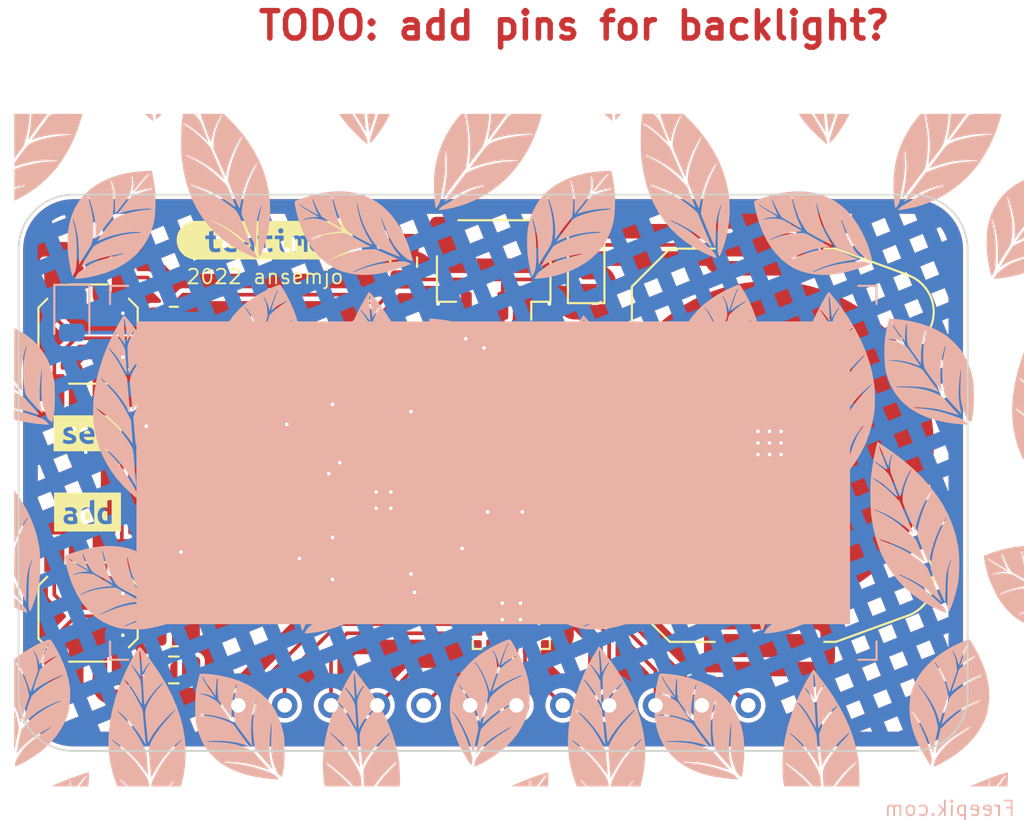
<source format=kicad_pcb>
(kicad_pcb (version 20211014) (generator pcbnew)
  (title_block (rev "1"))
  (layers (0 "F.Cu" signal "Front") (31 "B.Cu" signal "Back") (34 "B.Paste" user) (35 "F.Paste" user) (36 "B.SilkS" user "B.Silkscreen") (37 "F.SilkS" user "F.Silkscreen") (38 "B.Mask" user) (39 "F.Mask" user) (44 "Edge.Cuts" user))
  (net 0 "")
  (net 1 "GND")
  (net 2 "TOSC1")
  (net 3 "TOSC2")
  (net 4 "VCC")
  (net 5 "SDA")
  (net 6 "SCL")
  (net 7 "Net-(R1-Pad1)")
  (net 8 "Net-(R3-Pad1)")
  (net 9 "UPDI")
  (net 10 "/com1")
  (net 11 "/com2")
  (net 12 "/com3")
  (net 13 "/com4")
  (net 14 "/1fgep")
  (net 15 "/1abcd")
  (net 16 "/2fgep")
  (net 17 "/2abcd")
  (net 18 "/3fgep")
  (net 19 "/3abcd")
  (net 20 "/4fgep")
  (net 21 "/4abcd")
  (net 22 "BTN1")
  (net 23 "BTN2")
  (net 24 "LED")
  (net 25 "Net-(BT1-Pad1)")
  (net 28 "Net-(D2-Pad2)")
  (net 33 "LCD_VLCD")
  (net 35 "LCD_VDD")
  (footprint "Package_DFN_QFN:VQFN-24-1EP_4x4mm_P0.5mm_EP2.45x2.45mm" (layer "F.Cu") (at 125.3 91.1)
    (fp_text reference "U3" hide)
    (fp_text value "BU9796AMUV")
    (pad "1" smd roundrect (at -1.9875 -1.25) (size 0.775 0.25) (layers "F.Cu" "F.Paste" "F.Mask") (net 1 "GND"))
    (pad "2" smd roundrect (at -1.9875 -0.75) (size 0.775 0.25) (layers "F.Cu" "F.Paste" "F.Mask") (net 6 "SCL"))
    (pad "3" smd roundrect (at -1.9875 -0.25) (size 0.775 0.25) (layers "F.Cu" "F.Paste" "F.Mask") (net 5 "SDA"))
    (pad "4" smd roundrect (at -1.9875 0.25) (size 0.775 0.25) (layers "F.Cu" "F.Paste" "F.Mask") (net 21 "/4abcd"))
    (pad "5" smd roundrect (at -1.9875 0.75) (size 0.775 0.25) (layers "F.Cu" "F.Paste" "F.Mask") (net 20 "/4fgep"))
    (pad "6" smd roundrect (at -1.9875 1.25) (size 0.775 0.25) (layers "F.Cu" "F.Paste" "F.Mask") (net 19 "/3abcd"))
    (pad "7" smd roundrect (at -1.25 1.9875) (size 0.25 0.775) (layers "F.Cu" "F.Paste" "F.Mask") (net 18 "/3fgep"))
    (pad "8" smd roundrect (at -0.75 1.9875) (size 0.25 0.775) (layers "F.Cu" "F.Paste" "F.Mask") (net 17 "/2abcd"))
    (pad "9" smd roundrect (at -0.25 1.9875) (size 0.25 0.775) (layers "F.Cu" "F.Paste" "F.Mask") (net 16 "/2fgep"))
    (pad "10" smd roundrect (at 0.25 1.9875) (size 0.25 0.775) (layers "F.Cu" "F.Paste" "F.Mask") (net 15 "/1abcd"))
    (pad "11" smd roundrect (at 0.75 1.9875) (size 0.25 0.775) (layers "F.Cu" "F.Paste" "F.Mask") (net 14 "/1fgep"))
    (pad "12" smd roundrect (at 1.25 1.9875) (size 0.25 0.775) (layers "F.Cu" "F.Paste" "F.Mask"))
    (pad "13" smd roundrect (at 1.9875 1.25) (size 0.775 0.25) (layers "F.Cu" "F.Paste" "F.Mask"))
    (pad "14" smd roundrect (at 1.9875 0.75) (size 0.775 0.25) (layers "F.Cu" "F.Paste" "F.Mask"))
    (pad "15" smd roundrect (at 1.9875 0.25) (size 0.775 0.25) (layers "F.Cu" "F.Paste" "F.Mask"))
    (pad "16" smd roundrect (at 1.9875 -0.25) (size 0.775 0.25) (layers "F.Cu" "F.Paste" "F.Mask") (net 13 "/com4"))
    (pad "17" smd roundrect (at 1.9875 -0.75) (size 0.775 0.25) (layers "F.Cu" "F.Paste" "F.Mask") (net 12 "/com3"))
    (pad "18" smd roundrect (at 1.9875 -1.25) (size 0.775 0.25) (layers "F.Cu" "F.Paste" "F.Mask") (net 11 "/com2"))
    (pad "19" smd roundrect (at 1.25 -1.9875) (size 0.25 0.775) (layers "F.Cu" "F.Paste" "F.Mask") (net 10 "/com1"))
    (pad "20" smd roundrect (at 0.75 -1.9875) (size 0.25 0.775) (layers "F.Cu" "F.Paste" "F.Mask") (net 33 "LCD_VLCD"))
    (pad "21" smd roundrect (at 0.25 -1.9875) (size 0.25 0.775) (layers "F.Cu" "F.Paste" "F.Mask") (net 35 "LCD_VDD"))
    (pad "22" smd roundrect (at -0.25 -1.9875) (size 0.25 0.775) (layers "F.Cu" "F.Paste" "F.Mask") (net 1 "GND"))
    (pad "23" smd roundrect (at -0.75 -1.9875) (size 0.25 0.775) (layers "F.Cu" "F.Paste" "F.Mask") (net 1 "GND"))
    (pad "24" smd roundrect (at -1.25 -1.9875) (size 0.25 0.775) (layers "F.Cu" "F.Paste" "F.Mask") (net 1 "GND"))
    (pad "25" smd rect (at 0 0) (size 2.45 2.45) (layers "F.Cu" "F.Mask") (net 1 "GND"))
  )
  (footprint "Capacitor_SMD:C_0603_1608Metric" (layer "F.Cu") (at 111.025 89.143499 180)
    (fp_text reference "C5" hide)
    (fp_text value "20pF")
    (pad "1" smd roundrect (at -0.775 0 180) (size 0.9 0.95) (layers "F.Cu" "F.Paste" "F.Mask") (net 3 "TOSC2"))
    (pad "2" smd roundrect (at 0.775 0 180) (size 0.9 0.95) (layers "F.Cu" "F.Paste" "F.Mask") (net 1 "GND"))
  )
  (footprint "Capacitor_SMD:C_0805_2012Metric" (layer "F.Cu") (at 106.806999 79.120998 180)
    (fp_text reference "C2" hide)
    (fp_text value "100nF")
    (pad "1" smd roundrect (at -0.95 0 180) (size 1 1.45) (layers "F.Cu" "F.Paste" "F.Mask") (net 22 "BTN1"))
    (pad "2" smd roundrect (at 0.95 0 180) (size 1 1.45) (layers "F.Cu" "F.Paste" "F.Mask") (net 4 "VCC"))
  )
  (footprint "Capacitor_SMD:C_0805_2012Metric" (layer "F.Cu") (at 119.4 72 90)
    (fp_text reference "C3" hide)
    (fp_text value "1µF")
    (pad "1" smd roundrect (at -0.95 0 90) (size 1 1.45) (layers "F.Cu" "F.Paste" "F.Mask") (net 4 "VCC"))
    (pad "2" smd roundrect (at 0.95 0 90) (size 1 1.45) (layers "F.Cu" "F.Paste" "F.Mask") (net 1 "GND"))
  )
  (footprint "Resistor_SMD:R_0805_2012Metric" (layer "F.Cu") (at 124 85.4 -90)
    (fp_text reference "R6" hide)
    (fp_text value "DNP")
    (pad "1" smd roundrect (at -0.9125 0 270) (size 1.025 1.4) (layers "F.Cu" "F.Paste" "F.Mask") (roundrect_rratio 0.243902) (net 4 "VCC"))
    (pad "2" smd roundrect (at 0.9125 0 270) (size 1.025 1.4) (layers "F.Cu" "F.Paste" "F.Mask") (roundrect_rratio 0.243902) (net 35 "LCD_VDD"))
  )
  (footprint "Capacitor_SMD:C_0805_2012Metric" (layer "F.Cu") (at 106.806999 94.360998 180)
    (fp_text reference "C1" hide)
    (fp_text value "100nF")
    (pad "1" smd roundrect (at -0.95 0 180) (size 1 1.45) (layers "F.Cu" "F.Paste" "F.Mask") (net 23 "BTN2"))
    (pad "2" smd roundrect (at 0.95 0 180) (size 1 1.45) (layers "F.Cu" "F.Paste" "F.Mask") (net 4 "VCC"))
  )
  (footprint "Package_DFN_QFN:QFN-24-1EP_4x4mm_P0.5mm_EP2.6x2.6mm" (layer "F.Cu") (at 118.3 85.1 -90)
    (fp_text reference "U2" hide)
    (fp_text value "ATtiny417-M")
    (pad "1" smd roundrect (at -1.9375 -1.25 270) (size 0.825 0.25) (layers "F.Cu" "F.Paste" "F.Mask"))
    (pad "2" smd roundrect (at -1.9375 -0.75 270) (size 0.825 0.25) (layers "F.Cu" "F.Paste" "F.Mask"))
    (pad "3" smd roundrect (at -1.9375 -0.25 270) (size 0.825 0.25) (layers "F.Cu" "F.Paste" "F.Mask") (net 1 "GND"))
    (pad "4" smd roundrect (at -1.9375 0.25 270) (size 0.825 0.25) (layers "F.Cu" "F.Paste" "F.Mask") (net 4 "VCC"))
    (pad "5" smd roundrect (at -1.9375 0.75 270) (size 0.825 0.25) (layers "F.Cu" "F.Paste" "F.Mask"))
    (pad "6" smd roundrect (at -1.9375 1.25 270) (size 0.825 0.25) (layers "F.Cu" "F.Paste" "F.Mask") (net 24 "LED"))
    (pad "7" smd roundrect (at -1.25 1.9375 270) (size 0.25 0.825) (layers "F.Cu" "F.Paste" "F.Mask") (net 33 "LCD_VLCD"))
    (pad "8" smd roundrect (at -0.75 1.9375 270) (size 0.25 0.825) (layers "F.Cu" "F.Paste" "F.Mask") (net 35 "LCD_VDD"))
    (pad "9" smd roundrect (at -0.25 1.9375 270) (size 0.25 0.825) (layers "F.Cu" "F.Paste" "F.Mask") (net 22 "BTN1"))
    (pad "10" smd roundrect (at 0.25 1.9375 270) (size 0.25 0.825) (layers "F.Cu" "F.Paste" "F.Mask") (net 23 "BTN2"))
    (pad "11" smd roundrect (at 0.75 1.9375 270) (size 0.25 0.825) (layers "F.Cu" "F.Paste" "F.Mask"))
    (pad "12" smd roundrect (at 1.25 1.9375 270) (size 0.25 0.825) (layers "F.Cu" "F.Paste" "F.Mask"))
    (pad "13" smd roundrect (at 1.9375 1.25 270) (size 0.825 0.25) (layers "F.Cu" "F.Paste" "F.Mask") (net 2 "TOSC1"))
    (pad "14" smd roundrect (at 1.9375 0.75 270) (size 0.825 0.25) (layers "F.Cu" "F.Paste" "F.Mask") (net 3 "TOSC2"))
    (pad "15" smd roundrect (at 1.9375 0.25 270) (size 0.825 0.25) (layers "F.Cu" "F.Paste" "F.Mask") (net 5 "SDA"))
    (pad "16" smd roundrect (at 1.9375 -0.25 270) (size 0.825 0.25) (layers "F.Cu" "F.Paste" "F.Mask") (net 6 "SCL"))
    (pad "17" smd roundrect (at 1.9375 -0.75 270) (size 0.825 0.25) (layers "F.Cu" "F.Paste" "F.Mask"))
    (pad "18" smd roundrect (at 1.9375 -1.25 270) (size 0.825 0.25) (layers "F.Cu" "F.Paste" "F.Mask"))
    (pad "19" smd roundrect (at 1.25 -1.9375 270) (size 0.25 0.825) (layers "F.Cu" "F.Paste" "F.Mask"))
    (pad "20" smd roundrect (at 0.75 -1.9375 270) (size 0.25 0.825) (layers "F.Cu" "F.Paste" "F.Mask"))
    (pad "21" smd roundrect (at 0.25 -1.9375 270) (size 0.25 0.825) (layers "F.Cu" "F.Paste" "F.Mask"))
    (pad "22" smd roundrect (at -0.25 -1.9375 270) (size 0.25 0.825) (layers "F.Cu" "F.Paste" "F.Mask"))
    (pad "23" smd roundrect (at -0.75 -1.9375 270) (size 0.25 0.825) (layers "F.Cu" "F.Paste" "F.Mask") (net 9 "UPDI"))
    (pad "24" smd roundrect (at -1.25 -1.9375 270) (size 0.25 0.825) (layers "F.Cu" "F.Paste" "F.Mask"))
    (pad "25" smd rect (at 0 0 270) (size 2.6 2.6) (layers "F.Cu" "F.Mask") (net 1 "GND"))
  )
  (footprint "Capacitor_SMD:C_0603_1608Metric" (layer "F.Cu") (at 111.025 87.365499 180)
    (fp_text reference "C4" hide)
    (fp_text value "20pF")
    (pad "1" smd roundrect (at -0.775 0 180) (size 0.9 0.95) (layers "F.Cu" "F.Paste" "F.Mask") (net 2 "TOSC1"))
    (pad "2" smd roundrect (at 0.775 0 180) (size 0.9 0.95) (layers "F.Cu" "F.Paste" "F.Mask") (net 1 "GND"))
  )
  (footprint "kibuzzard-6305512F" (layer "F.Cu") (at 102.078 85.704)
    (fp_text reference "kibuzzard-6305512F" hide)
    (fp_text value "G***" hide)
  )
  (footprint "kibuzzard-63055090" (layer "F.Cu") (at 111.8 70.8)
    (fp_text reference "kibuzzard-63055090" hide)
    (fp_text value "G***" hide)
  )
  (footprint "Resistor_SMD:R_0805_2012Metric" (layer "F.Cu") (at 115.5 81.5)
    (fp_text reference "R5" hide)
    (fp_text value "2.2kΩ")
    (pad "1" smd roundrect (at -0.9125 0) (size 1.025 1.4) (layers "F.Cu" "F.Paste" "F.Mask") (roundrect_rratio 0.243902) (net 28 "Net-(D2-Pad2)"))
    (pad "2" smd roundrect (at 0.9125 0) (size 1.025 1.4) (layers "F.Cu" "F.Paste" "F.Mask") (roundrect_rratio 0.243902) (net 24 "LED"))
  )
  (footprint "Resistor_SMD:R_0805_2012Metric" (layer "F.Cu") (at 125.9 85.4 90)
    (fp_text reference "R7" hide)
    (fp_text value "DNP")
    (pad "1" smd roundrect (at -0.9125 0 90) (size 1.025 1.4) (layers "F.Cu" "F.Paste" "F.Mask") (roundrect_rratio 0.243902) (net 33 "LCD_VLCD"))
    (pad "2" smd roundrect (at 0.9125 0 90) (size 1.025 1.4) (layers "F.Cu" "F.Paste" "F.Mask") (roundrect_rratio 0.243902) (net 1 "GND"))
  )
  (footprint "Connector_JST:JST_SH_SM04B-SRSS-TB_1x04-1MP_P1.00mm_Horizontal" (layer "F.Cu") (at 124.333 72.39 180)
    (fp_text reference "J1" hide)
    (fp_text value "I2C")
    (pad "1" smd roundrect (at -1.5 -2 180) (size 0.6 1.55) (layers "F.Cu" "F.Paste" "F.Mask") (net 1 "GND"))
    (pad "2" smd roundrect (at -0.5 -2 180) (size 0.6 1.55) (layers "F.Cu" "F.Paste" "F.Mask") (net 4 "VCC"))
    (pad "3" smd roundrect (at 0.5 -2 180) (size 0.6 1.55) (layers "F.Cu" "F.Paste" "F.Mask") (net 5 "SDA"))
    (pad "4" smd roundrect (at 1.5 -2 180) (size 0.6 1.55) (layers "F.Cu" "F.Paste" "F.Mask") (net 6 "SCL"))
    (pad "MP" smd roundrect (at -2.8 1.875 180) (size 1.2 1.8) (layers "F.Cu" "F.Paste" "F.Mask") (roundrect_rratio 0.208333) (net 1 "GND"))
    (pad "MP" smd roundrect (at 2.8 1.875 180) (size 1.2 1.8) (layers "F.Cu" "F.Paste" "F.Mask") (roundrect_rratio 0.208333) (net 1 "GND"))
  )
  (footprint "Diode_SMD:D_SOD-123" (layer "F.Cu") (at 129.4 72 90)
    (fp_text reference "D1" hide)
    (fp_text value "1N5819HW")
    (pad "1" smd rect (at -1.65 0 90) (size 0.9 1.2) (layers "F.Cu" "F.Paste" "F.Mask") (net 4 "VCC"))
    (pad "2" smd rect (at 1.65 0 90) (size 0.9 1.2) (layers "F.Cu" "F.Paste" "F.Mask") (net 25 "Net-(BT1-Pad1)"))
  )
  (footprint "Resistor_SMD:R_0805_2012Metric" (layer "F.Cu") (at 106.806998 75.184)
    (fp_text reference "R4" hide)
    (fp_text value "47kΩ")
    (pad "1" smd roundrect (at -0.9125 0) (size 1.025 1.4) (layers "F.Cu" "F.Paste" "F.Mask") (roundrect_rratio 0.243902) (net 8 "Net-(R3-Pad1)"))
    (pad "2" smd roundrect (at 0.9125 0) (size 1.025 1.4) (layers "F.Cu" "F.Paste" "F.Mask") (roundrect_rratio 0.243902) (net 1 "GND"))
  )
  (footprint "Resistor_SMD:R_0805_2012Metric" (layer "F.Cu") (at 106.806998 77.088999)
    (fp_text reference "R3" hide)
    (fp_text value "10kΩ")
    (pad "1" smd roundrect (at -0.9125 0) (size 1.025 1.4) (layers "F.Cu" "F.Paste" "F.Mask") (roundrect_rratio 0.243902) (net 8 "Net-(R3-Pad1)"))
    (pad "2" smd roundrect (at 0.9125 0) (size 1.025 1.4) (layers "F.Cu" "F.Paste" "F.Mask") (roundrect_rratio 0.243902) (net 22 "BTN1"))
  )
  (footprint "Resistor_SMD:R_0805_2012Metric" (layer "F.Cu") (at 106.806998 92.328999)
    (fp_text reference "R1" hide)
    (fp_text value "10kΩ")
    (pad "1" smd roundrect (at -0.9125 0) (size 1.025 1.4) (layers "F.Cu" "F.Paste" "F.Mask") (roundrect_rratio 0.243902) (net 7 "Net-(R1-Pad1)"))
    (pad "2" smd roundrect (at 0.9125 0) (size 1.025 1.4) (layers "F.Cu" "F.Paste" "F.Mask") (roundrect_rratio 0.243902) (net 23 "BTN2"))
  )
  (footprint "Resistor_SMD:R_0805_2012Metric" (layer "F.Cu") (at 106.806998 90.424)
    (fp_text reference "R2" hide)
    (fp_text value "47kΩ")
    (pad "1" smd roundrect (at -0.9125 0) (size 1.025 1.4) (layers "F.Cu" "F.Paste" "F.Mask") (roundrect_rratio 0.243902) (net 7 "Net-(R1-Pad1)"))
    (pad "2" smd roundrect (at 0.9125 0) (size 1.025 1.4) (layers "F.Cu" "F.Paste" "F.Mask") (roundrect_rratio 0.243902) (net 1 "GND"))
  )
  (footprint "local:UPDI_PogoProg" (layer "F.Cu") (at 117.6 77.9 180)
    (fp_text reference "J2" hide)
    (fp_text value "UPDI")
    (fp_text user "UPDI" (at -1.27 -1.5) (layer "F.SilkS") (effects (font (size 0.8 0.8) (thickness 0.1))))
    (pad "1" smd roundrect (at -1.6 0 180) (size 1 1) (layers "F.Cu" "F.Mask") (net 9 "UPDI"))
    (pad "2" smd circle (at 0 0 180) (size 1 1) (layers "F.Cu" "F.Mask") (net 1 "GND"))
    (pad "3" smd circle (at 1.6 0 180) (size 1 1) (layers "F.Cu" "F.Mask") (net 4 "VCC"))
  )
  (footprint "Battery:BatteryHolder_Keystone_3034_1x20mm" (layer "F.Cu") (at 139.446 82.042 90)
    (fp_text reference "BT1" hide)
    (fp_text value "Coin Cell")
    (pad "1" smd rect (at -10.985 0 90) (size 1.27 5.08) (layers "F.Cu" "F.Paste" "F.Mask") (net 25 "Net-(BT1-Pad1)"))
    (pad "1" smd rect (at 10.985 0 90) (size 1.27 5.08) (layers "F.Cu" "F.Paste" "F.Mask") (net 25 "Net-(BT1-Pad1)"))
    (pad "2" smd circle (at 0 0 90) (size 17.8 17.8) (layers "F.Cu" "F.Mask") (net 1 "GND"))
  )
  (footprint "Button_Switch_SMD:SW_SPST_SKQG_WithStem" (layer "F.Cu") (at 102.108 75.946 -90)
    (fp_text reference "SW4" hide)
    (fp_text value "C&K PTS526")
    (pad "1" smd rect (at 3.1 -1.85 270) (size 1.8 1.1) (layers "F.Cu" "F.Paste" "F.Mask") (net 4 "VCC"))
    (pad "1" smd rect (at -3.1 -1.85 270) (size 1.8 1.1) (layers "F.Cu" "F.Paste" "F.Mask") (net 4 "VCC"))
    (pad "2" smd rect (at -3.1 1.85 270) (size 1.8 1.1) (layers "F.Cu" "F.Paste" "F.Mask") (net 8 "Net-(R3-Pad1)"))
    (pad "2" smd rect (at 3.1 1.85 270) (size 1.8 1.1) (layers "F.Cu" "F.Paste" "F.Mask") (net 8 "Net-(R3-Pad1)"))
  )
  (footprint "Capacitor_SMD:C_0805_2012Metric" (layer "F.Cu") (at 118.9 81.5)
    (fp_text reference "C6" hide)
    (fp_text value "0.1µF")
    (pad "1" smd roundrect (at -0.95 0) (size 1 1.45) (layers "F.Cu" "F.Paste" "F.Mask") (net 4 "VCC"))
    (pad "2" smd roundrect (at 0.95 0) (size 1 1.45) (layers "F.Cu" "F.Paste" "F.Mask") (net 1 "GND"))
  )
  (footprint "Crystal:Crystal_SMD_3215-2Pin_3.2x1.5mm" (layer "F.Cu") (at 113.692001 88.254498 90)
    (fp_text reference "Y1" hide)
    (fp_text value "32.768kHz 12.5pF")
    (pad "1" smd rect (at 1.25 0 90) (size 1 1.8) (layers "F.Cu" "F.Paste" "F.Mask") (net 2 "TOSC1"))
    (pad "2" smd rect (at -1.25 0 90) (size 1 1.8) (layers "F.Cu" "F.Paste" "F.Mask") (net 3 "TOSC2"))
  )
  (footprint "Button_Switch_SMD:SW_SPST_SKQG_WithStem" (layer "F.Cu") (at 102.108 91.186 -90)
    (fp_text reference "SW3" hide)
    (fp_text value "C&K PTS526")
    (pad "1" smd rect (at -3.1 -1.85 270) (size 1.8 1.1) (layers "F.Cu" "F.Paste" "F.Mask") (net 4 "VCC"))
    (pad "1" smd rect (at 3.1 -1.85 270) (size 1.8 1.1) (layers "F.Cu" "F.Paste" "F.Mask") (net 4 "VCC"))
    (pad "2" smd rect (at 3.1 1.85 270) (size 1.8 1.1) (layers "F.Cu" "F.Paste" "F.Mask") (net 7 "Net-(R1-Pad1)"))
    (pad "2" smd rect (at -3.1 1.85 270) (size 1.8 1.1) (layers "F.Cu" "F.Paste" "F.Mask") (net 7 "Net-(R1-Pad1)"))
  )
  (footprint "kibuzzard-63055120" (layer "F.Cu") (at 102.078 81.386)
    (fp_text reference "kibuzzard-63055120" hide)
    (fp_text value "G***" hide)
  )
  (footprint "LOGO" (layer "B.Cu") (at 125.73 82.296 180)
    (fp_text reference "G***" hide)
    (fp_text value "LOGO" hide)
  )
  (footprint "local:LCD-12PIN" (layer "B.Cu") (at 124.31 96.301925 180)
    (fp_text reference "U1" hide)
    (fp_text value "GoodDisplay_GDC04212")
    (pad "1" thru_hole circle (at -13.97 0 180) (size 1.4 1.4) (drill 0.8) (layers *.Cu *.Mask) (net 10 "/com1"))
    (pad "2" thru_hole circle (at -11.43 0 180) (size 1.4 1.4) (drill 0.8) (layers *.Cu *.Mask) (net 11 "/com2"))
    (pad "3" thru_hole circle (at -8.89 0 180) (size 1.4 1.4) (drill 0.8) (layers *.Cu *.Mask) (net 12 "/com3"))
    (pad "4" thru_hole circle (at -6.35 0 180) (size 1.4 1.4) (drill 0.8) (layers *.Cu *.Mask) (net 13 "/com4"))
    (pad "5" thru_hole circle (at -3.81 0 180) (size 1.4 1.4) (drill 0.8) (layers *.Cu *.Mask) (net 14 "/1fgep"))
    (pad "6" thru_hole circle (at -1.27 0 180) (size 1.4 1.4) (drill 0.8) (layers *.Cu *.Mask) (net 15 "/1abcd"))
    (pad "7" thru_hole circle (at 1.27 0 180) (size 1.4 1.4) (drill 0.8) (layers *.Cu *.Mask) (net 16 "/2fgep"))
    (pad "8" thru_hole circle (at 3.81 0 180) (size 1.4 1.4) (drill 0.8) (layers *.Cu *.Mask) (net 17 "/2abcd"))
    (pad "9" thru_hole circle (at 6.35 0 180) (size 1.4 1.4) (drill 0.8) (layers *.Cu *.Mask) (net 18 "/3fgep"))
    (pad "10" thru_hole circle (at 8.89 0 180) (size 1.4 1.4) (drill 0.8) (layers *.Cu *.Mask) (net 19 "/3abcd"))
    (pad "11" thru_hole circle (at 11.43 0 180) (size 1.4 1.4) (drill 0.8) (layers *.Cu *.Mask) (net 20 "/4fgep"))
    (pad "12" thru_hole circle (at 13.97 0 180) (size 1.4 1.4) (drill 0.8) (layers *.Cu *.Mask) (net 21 "/4abcd"))
  )
  (footprint "LED_SMD:LED_0805_2012Metric" (layer "B.Cu") (at 101.219 74.93 -90)
    (fp_text reference "D2" hide)
    (fp_text value "LED")
    (pad "1" smd roundrect (at -0.9375 0 270) (size 0.975 1.4) (layers "B.Cu" "B.Paste" "B.Mask") (net 1 "GND"))
    (pad "2" smd roundrect (at 0.9375 0 270) (size 0.975 1.4) (layers "B.Cu" "B.Paste" "B.Mask") (net 28 "Net-(D2-Pad2)"))
  )
  (gr_rect (start 104.81 75.301925) (end 143.81 91.801925) (layer "B.SilkS") (width 0.1) (fill solid))
  (gr_line (start 98.3 95.8) (end 98.3 71.3) (layer "Edge.Cuts") (width 0.1))
  (gr_arc (start 101.3 98.8) (mid 99.17868 97.92132) (end 98.3 95.8) (layer "Edge.Cuts") (width 0.1))
  (gr_line (start 147.3 98.8) (end 101.3 98.8) (layer "Edge.Cuts") (width 0.1))
  (gr_line (start 101.3 68.3) (end 147.3 68.3) (layer "Edge.Cuts") (width 0.1))
  (gr_arc (start 150.3 95.8) (mid 149.42132 97.92132) (end 147.3 98.8) (layer "Edge.Cuts") (width 0.1))
  (gr_line (start 150.3 71.3) (end 150.3 95.8) (layer "Edge.Cuts") (width 0.1))
  (gr_arc (start 147.3 68.3) (mid 149.42132 69.17868) (end 150.3 71.3) (layer "Edge.Cuts") (width 0.1))
  (gr_arc (start 98.3 71.3) (mid 99.17868 69.17868) (end 101.3 68.3) (layer "Edge.Cuts") (width 0.1))
  (gr_text "TODO: add pins for backlight?" (at 128.748 59.034) (layer "F.Cu") (effects (font (size 1.5 1.5) (thickness 0.3))))
  (gr_text "Freepik.com" (at 149.322 101.96) (layer "B.SilkS") (effects (font (size 0.8 0.8) (thickness 0.1)) (justify mirror)))
  (gr_text "2022 ansemjo" (at 111.8 72.8) (layer "F.SilkS") (effects (font (size 0.8 0.8) (thickness 0.1))))
  (via (at 117.9 84.6) (size 0.45) (drill 0.2) (layers "F.Cu" "B.Cu") (net 1))
  (via (at 107.2 87.9) (size 0.45) (drill 0.2) (layers "F.Cu" "B.Cu") (net 1))
  (via (at 140.081 81.915) (size 0.45) (drill 0.2) (layers "F.Cu" "B.Cu") (net 1))
  (via (at 113.692001 88.254498) (size 0.45) (drill 0.2) (layers "F.Cu" "B.Cu") (net 1))
  (via (at 124.8 91.6) (size 0.45) (drill 0.2) (layers "F.Cu" "B.Cu") (net 1))
  (via (at 139.446 81.28) (size 0.45) (drill 0.2) (layers "F.Cu" "B.Cu") (net 1))
  (via (at 138.811 81.28) (size 0.45) (drill 0.2) (layers "F.Cu" "B.Cu") (net 1))
  (via (at 118.7 85.5) (size 0.45) (drill 0.2) (layers "F.Cu" "B.Cu") (net 1))
  (via (at 139.446 82.55) (size 0.45) (drill 0.2) (layers "F.Cu" "B.Cu") (net 1))
  (via (at 104.013 74.803) (size 0.45) (drill 0.2) (layers "F.Cu" "B.Cu") (net 1))
  (via (at 121.285 74.295) (size 0.45) (drill 0.2) (layers "F.Cu" "B.Cu") (net 1))
  (via (at 115.5 79.8) (size 0.45) (drill 0.2) (layers "F.Cu" "B.Cu") (net 1))
  (via (at 125.8 90.7) (size 0.45) (drill 0.2) (layers "F.Cu" "B.Cu") (net 1))
  (via (at 104.013 77.216) (size 0.45) (drill 0.2) (layers "F.Cu" "B.Cu") (net 1))
  (via (at 140.081 82.55) (size 0.45) (drill 0.2) (layers "F.Cu" "B.Cu") (net 1))
  (via (at 115.5 87.1) (size 0.45) (drill 0.2) (layers "F.Cu" "B.Cu") (net 1))
  (via (at 117.9 85.5) (size 0.45) (drill 0.2) (layers "F.Cu" "B.Cu") (net 1))
  (via (at 105.3 81) (size 0.45) (drill 0.2) (layers "F.Cu" "B.Cu") (net 1))
  (via (at 104.013 92.456) (size 0.45) (drill 0.2) (layers "F.Cu" "B.Cu") (net 1))
  (via (at 122.6 87.7) (size 0.45) (drill 0.2) (layers "F.Cu" "B.Cu") (net 1))
  (via (at 138.811 81.915) (size 0.45) (drill 0.2) (layers "F.Cu" "B.Cu") (net 1))
  (via (at 118.7 84.6) (size 0.45) (drill 0.2) (layers "F.Cu" "B.Cu") (net 1))
  (via (at 119.8 80.2) (size 0.45) (drill 0.2) (layers "F.Cu" "B.Cu") (net 1))
  (via (at 139.446 81.915) (size 0.45) (drill 0.2) (layers "F.Cu" "B.Cu") (net 1))
  (via (at 138.811 82.55) (size 0.45) (drill 0.2) (layers "F.Cu" "B.Cu") (net 1))
  (via (at 101.981 82.423) (size 0.45) (drill 0.2) (layers "F.Cu" "B.Cu") (net 1))
  (via (at 140.081 81.28) (size 0.45) (drill 0.2) (layers "F.Cu" "B.Cu") (net 1))
  (via (at 124.8 90.7) (size 0.45) (drill 0.2) (layers "F.Cu" "B.Cu") (net 1))
  (via (at 125.8 91.6) (size 0.45) (drill 0.2) (layers "F.Cu" "B.Cu") (net 1))
  (via (at 104.013 90.17) (size 0.45) (drill 0.2) (layers "F.Cu" "B.Cu") (net 1))
  (via (at 115.5 89.4) (size 0.45) (drill 0.2) (layers "F.Cu" "B.Cu") (net 1))
  (via (at 127.381 74.295) (size 0.45) (drill 0.2) (layers "F.Cu" "B.Cu") (net 1))
  (segment (start 117.05 87.0375) (end 117.05 87.35) (width 0.2) (layer "F.Cu") (net 2))
  (segment (start 114.687503 88) (end 113.692001 87.004498) (width 0.2) (layer "F.Cu") (net 2))
  (segment (start 117.05 87.35) (end 116.4 88) (width 0.2) (layer "F.Cu") (net 2))
  (segment (start 111.8 87.3655) (end 113.331 87.365499) (width 0.2) (layer "F.Cu") (net 2))
  (segment (start 116.4 88) (end 114.687503 88) (width 0.2) (layer "F.Cu") (net 2))
  (segment (start 113.331 87.365499) (end 113.692 87.004499) (width 0.2) (layer "F.Cu") (net 2))
  (segment (start 113.331 89.143499) (end 113.692 89.504499) (width 0.2) (layer "F.Cu") (net 3))
  (segment (start 111.8 89.143497) (end 113.331 89.143499) (width 0.2) (layer "F.Cu") (net 3))
  (segment (start 116.583363 88.5) (end 117.55 87.533363) (width 0.2) (layer "F.Cu") (net 3))
  (segment (start 117.55 87.533363) (end 117.55 87.0375) (width 0.2) (layer "F.Cu") (net 3))
  (segment (start 114.696499 88.5) (end 116.583363 88.5) (width 0.2) (layer "F.Cu") (net 3))
  (segment (start 113.692001 89.504498) (end 114.696499 88.5) (width 0.2) (layer "F.Cu") (net 3))
  (segment (start 118.05 81.6) (end 117.95 81.5) (width 0.2) (layer "F.Cu") (net 4))
  (segment (start 103.958 88.086) (end 105.358 88.086) (width 0.2) (layer "F.Cu") (net 4))
  (segment (start 124.833 74.39) (end 124.833 73.067) (width 0.2) (layer "F.Cu") (net 4))
  (segment (start 124 84.4875) (end 124 81.7) (width 0.2) (layer "F.Cu") (net 4))
  (segment (start 124 81.7) (end 124.833 80.867) (width 0.2) (layer "F.Cu") (net 4))
  (segment (start 116 76.35) (end 118.563 73.787) (width 0.2) (layer "F.Cu") (net 4))
  (segment (start 106.807 89.535) (end 106.807 93.410997) (width 0.2) (layer "F.Cu") (net 4))
  (segment (start 106.807 78.170997) (end 105.856999 79.120998) (width 0.2) (layer "F.Cu") (net 4))
  (segment (start 106.807 74.295) (end 107.315 73.787) (width 0.2) (layer "F.Cu") (net 4))
  (segment (start 117.95 80.65) (end 116 78.7) (width 0.2) (layer "F.Cu") (net 4))
  (segment (start 124.833 73.067) (end 124.95 72.95) (width 0.2) (layer "F.Cu") (net 4))
  (segment (start 118.563 73.787) (end 119.4 72.95) (width 0.2) (layer "F.Cu") (net 4))
  (segment (start 105.358 72.846) (end 106.807 74.295) (width 0.2) (layer "F.Cu") (net 4))
  (segment (start 107.315 73.787) (end 118.563 73.787) (width 0.2) (layer "F.Cu") (net 4))
  (segment (start 106.807 93.410997) (end 105.856999 94.360998) (width 0.2) (layer "F.Cu") (net 4))
  (segment (start 116 78.7) (end 116 77.9) (width 0.2) (layer "F.Cu") (net 4))
  (segment (start 128.7 72.95) (end 129.4 73.65) (width 0.2) (layer "F.Cu") (net 4))
  (segment (start 118.05 83.1625) (end 118.05 81.6) (width 0.2) (layer "F.Cu") (net 4))
  (segment (start 103.958 72.846) (end 105.358 72.846) (width 0.2) (layer "F.Cu") (net 4))
  (segment (start 103.958 79.046) (end 103.958 88.086) (width 0.2) (layer "F.Cu") (net 4))
  (segment (start 103.958 94.286) (end 105.782001 94.286) (width 0.2) (layer "F.Cu") (net 4))
  (segment (start 103.958 79.046) (end 105.782001 79.046) (width 0.2) (layer "F.Cu") (net 4))
  (segment (start 124.95 72.95) (end 128.7 72.95) (width 0.2) (layer "F.Cu") (net 4))
  (segment (start 116 77.9) (end 116 76.35) (width 0.2) (layer "F.Cu") (net 4))
  (segment (start 117.95 81.5) (end 117.95 80.65) (width 0.2) (layer "F.Cu") (net 4))
  (segment (start 105.782001 79.046) (end 105.856999 79.120998) (width 0.2) (layer "F.Cu") (net 4))
  (segment (start 106.807 74.295) (end 106.807 78.170997) (width 0.2) (layer "F.Cu") (net 4))
  (segment (start 105.358 88.086) (end 106.807 89.535) (width 0.2) (layer "F.Cu") (net 4))
  (segment (start 119.4 72.95) (end 124.95 72.95) (width 0.2) (layer "F.Cu") (net 4))
  (segment (start 124.833 80.867) (end 124.833 74.39) (width 0.2) (layer "F.Cu") (net 4))
  (segment (start 105.782001 94.286) (end 105.856999 94.360998) (width 0.2) (layer "F.Cu") (net 4))
  (segment (start 123.3125 90.85) (end 120.737534 90.85) (width 0.2) (layer "F.Cu") (net 5))
  (segment (start 118.05 88.162466) (end 119.993767 90.106233) (width 0.2) (layer "F.Cu") (net 5))
  (segment (start 123.8 76.7) (end 123.8 74.423) (width 0.2) (layer "F.Cu") (net 5))
  (segment (start 123.8 74.423) (end 123.833 74.39) (width 0.2) (layer "F.Cu") (net 5))
  (segment (start 118.05 87.0375) (end 118.05 88.162466) (width 0.2) (layer "F.Cu") (net 5))
  (segment (start 120.737534 90.85) (end 119.993767 90.106233) (width 0.2) (layer "F.Cu") (net 5))
  (via (at 123.8 76.7) (size 0.45) (drill 0.2) (layers "F.Cu" "B.Cu") (net 5))
  (via (at 119.993767 90.106233) (size 0.45) (drill 0.2) (layers "F.Cu" "B.Cu") (net 5))
  (segment (start 126.2 89.5) (end 120.6 89.5) (width 0.2) (layer "B.Cu") (net 5))
  (segment (start 128.7 84) (end 128.7 87) (width 0.2) (layer "B.Cu") (net 5))
  (segment (start 123.8 76.7) (end 123.3 77.2) (width 0.2) (layer "B.Cu") (net 5))
  (segment (start 120.6 89.5) (end 119.993767 90.106233) (width 0.2) (layer "B.Cu") (net 5))
  (segment (start 123.3 77.2) (end 123.3 78.6) (width 0.2) (layer "B.Cu") (net 5))
  (segment (start 123.3 78.6) (end 128.7 84) (width 0.2) (layer "B.Cu") (net 5))
  (segment (start 128.7 87) (end 126.2 89.5) (width 0.2) (layer "B.Cu") (net 5))
  (segment (start 123.3125 90.35) (end 121.05 90.35) (width 0.2) (layer "F.Cu") (net 6))
  (segment (start 121.05 90.35) (end 119.8 89.1) (width 0.2) (layer "F.Cu") (net 6))
  (segment (start 118.55 87.85) (end 119.8 89.1) (width 0.2) (layer "F.Cu") (net 6))
  (segment (start 118.55 87.0375) (end 118.55 87.85) (width 0.2) (layer "F.Cu") (net 6))
  (segment (start 122.8 74.423) (end 122.833 74.39) (width 0.2) (layer "F.Cu") (net 6))
  (segment (start 122.8 76.2) (end 122.8 74.423) (width 0.2) (layer "F.Cu") (net 6))
  (via (at 122.8 76.2) (size 0.45) (drill 0.2) (layers "F.Cu" "B.Cu") (net 6))
  (via (at 119.8 89.1) (size 0.45) (drill 0.2) (layers "F.Cu" "B.Cu") (net 6))
  (segment (start 119.849501 89.050499) (end 119.8 89.1) (width 0.2) (layer "B.Cu") (net 6))
  (segment (start 122.8 78.73569) (end 128.2 84.13569) (width 0.2) (layer "B.Cu") (net 6))
  (segment (start 122.8 76.2) (end 122.8 78.73569) (width 0.2) (layer "B.Cu") (net 6))
  (segment (start 125.949501 89.050499) (end 119.849501 89.050499) (width 0.2) (layer "B.Cu") (net 6))
  (segment (start 128.2 86.8) (end 125.949501 89.050499) (width 0.2) (layer "B.Cu") (net 6))
  (segment (start 128.2 84.13569) (end 128.2 86.8) (width 0.2) (layer "B.Cu") (net 6))
  (segment (start 100.258 90.238418) (end 100.258 88.086) (width 0.2) (layer "F.Cu") (net 7))
  (segment (start 105.894498 91.416498) (end 105.894498 90.424) (width 0.2) (layer "F.Cu") (net 7))
  (segment (start 100.258 92.594578) (end 100.258 94.286) (width 0.2) (layer "F.Cu") (net 7))
  (segment (start 105.894498 91.416498) (end 101.43608 91.416498) (width 0.2) (layer "F.Cu") (net 7))
  (segment (start 101.43608 91.416498) (end 100.258 90.238418) (width 0.2) (layer "F.Cu") (net 7))
  (segment (start 105.894498 92.328999) (end 105.894498 91.416498) (width 0.2) (layer "F.Cu") (net 7))
  (segment (start 101.43608 91.416498) (end 100.258 92.594578) (width 0.2) (layer "F.Cu") (net 7))
  (segment (start 101.43608 76.176498) (end 100.258 77.354578) (width 0.2) (layer "F.Cu") (net 8))
  (segment (start 100.258 77.354578) (end 100.258 79.046) (width 0.2) (layer "F.Cu") (net 8))
  (segment (start 105.894498 76.176498) (end 101.43608 76.176498) (width 0.2) (layer "F.Cu") (net 8))
  (segment (start 101.43608 76.176498) (end 100.258 74.998418) (width 0.2) (layer "F.Cu") (net 8))
  (segment (start 105.894498 76.176498) (end 105.894498 77.088999) (width 0.2) (layer "F.Cu") (net 8))
  (segment (start 100.258 74.998418) (end 100.258 72.846) (width 0.2) (layer "F.Cu") (net 8))
  (segment (start 105.894498 75.184) (end 105.894498 76.176498) (width 0.2) (layer "F.Cu") (net 8))
  (segment (start 120.733363 84.35) (end 121 84.083363) (width 0.2) (layer "F.Cu") (net 9))
  (segment (start 120.2375 84.35) (end 120.733363 84.35) (width 0.2) (layer "F.Cu") (net 9))
  (segment (start 121 79.7) (end 119.2 77.9) (width 0.2) (layer "F.Cu") (net 9))
  (segment (start 121 84.083363) (end 121 79.7) (width 0.2) (layer "F.Cu") (net 9))
  (segment (start 134.936396 94.85) (end 136.828075 94.85) (width 0.2) (layer "F.Cu") (net 10))
  (segment (start 126.7875 89.35) (end 129.436396 89.35) (width 0.2) (layer "F.Cu") (net 10))
  (segment (start 129.436396 89.35) (end 134.936396 94.85) (width 0.2) (layer "F.Cu") (net 10))
  (segment (start 136.828075 94.85) (end 138.28 96.301925) (width 0.2) (layer "F.Cu") (net 10))
  (segment (start 126.55 89.1125) (end 126.7875 89.35) (width 0.2) (layer "F.Cu") (net 10))
  (segment (start 129.3 89.85) (end 135.74 96.29) (width 0.2) (layer "F.Cu") (net 11))
  (segment (start 127.2875 89.85) (end 129.3 89.85) (width 0.2) (layer "F.Cu") (net 11))
  (segment (start 135.74 96.29) (end 135.74 96.301925) (width 0.2) (layer "F.Cu") (net 11))
  (segment (start 133.2 94.38569) (end 133.2 96.301925) (width 0.2) (layer "F.Cu") (net 12))
  (segment (start 127.2875 90.35) (end 129.16431 90.35) (width 0.2) (layer "F.Cu") (net 12))
  (segment (start 129.16431 90.35) (end 133.2 94.38569) (width 0.2) (layer "F.Cu") (net 12))
  (segment (start 127.2875 90.85) (end 129.02862 90.85) (width 0.2) (layer "F.Cu") (net 13))
  (segment (start 129.02862 90.85) (end 130.66 92.48138) (width 0.2) (layer "F.Cu") (net 13))
  (segment (start 130.66 92.48138) (end 130.66 96.301925) (width 0.2) (layer "F.Cu") (net 13))
  (segment (start 126.05 94.231925) (end 128.12 96.301925) (width 0.2) (layer "F.Cu") (net 14))
  (segment (start 126.05 93.0875) (end 126.05 94.231925) (width 0.2) (layer "F.Cu") (net 14))
  (segment (start 125.55 96.271925) (end 125.58 96.301925) (width 0.2) (layer "F.Cu") (net 15))
  (segment (start 125.55 93.0875) (end 125.55 96.271925) (width 0.2) (layer "F.Cu") (net 15))
  (segment (start 125.05 94.291925) (end 123.04 96.301925) (width 0.2) (layer "F.Cu") (net 16))
  (segment (start 125.05 93.0875) (end 125.05 94.291925) (width 0.2) (layer "F.Cu") (net 16))
  (segment (start 124.55 93.0875) (end 124.55 94.1) (width 0.2) (layer "F.Cu") (net 17))
  (segment (start 123.600499 95.049501) (end 121.752424 95.049501) (width 0.2) (layer "F.Cu") (net 17))
  (segment (start 121.752424 95.049501) (end 120.5 96.301925) (width 0.2) (layer "F.Cu") (net 17))
  (segment (start 124.55 94.1) (end 123.600499 95.049501) (width 0.2) (layer "F.Cu") (net 17))
  (segment (start 119.661925 94.6) (end 117.96 96.301925) (width 0.2) (layer "F.Cu") (net 18))
  (segment (start 124.05 93.0875) (end 124.05 93.85) (width 0.2) (layer "F.Cu") (net 18))
  (segment (start 124.05 93.85) (end 123.3 94.6) (width 0.2) (layer "F.Cu") (net 18))
  (segment (start 123.3 94.6) (end 119.661925 94.6) (width 0.2) (layer "F.Cu") (net 18))
  (segment (start 116.3 92.35) (end 115.42 93.23) (width 0.2) (layer "F.Cu") (net 19))
  (segment (start 123.3125 92.35) (end 116.3 92.35) (width 0.2) (layer "F.Cu") (net 19))
  (segment (start 115.42 93.23) (end 115.42 96.301925) (width 0.2) (layer "F.Cu") (net 19))
  (segment (start 123.3125 91.85) (end 115.8 91.85) (width 0.2) (layer "F.Cu") (net 20))
  (segment (start 115.8 91.85) (end 112.88 94.77) (width 0.2) (layer "F.Cu") (net 20))
  (segment (start 112.88 94.77) (end 112.88 96.301925) (width 0.2) (layer "F.Cu") (net 20))
  (segment (start 123.3125 91.35) (end 115.3 91.35) (width 0.2) (layer "F.Cu") (net 21))
  (segment (start 115.3 91.35) (end 110.348075 96.301925) (width 0.2) (layer "F.Cu") (net 21))
  (segment (start 110.348075 96.301925) (end 110.34 96.301925) (width 0.2) (layer "F.Cu") (net 21))
  (segment (start 106.8 82.6) (end 106.8 80.077997) (width 0.2) (layer "F.Cu") (net 22))
  (segment (start 109.05 84.85) (end 106.8 82.6) (width 0.2) (layer "F.Cu") (net 22))
  (segment (start 107.719498 79.083497) (end 107.756999 79.120998) (width 0.2) (layer "F.Cu") (net 22))
  (segment (start 106.8 80.077997) (end 107.756999 79.120998) (width 0.2) (layer "F.Cu") (net 22))
  (segment (start 116.3625 84.85) (end 109.05 84.85) (width 0.2) (layer "F.Cu") (net 22))
  (segment (start 107.719498 77.088999) (end 107.719498 79.083497) (width 0.2) (layer "F.Cu") (net 22))
  (segment (start 107.719498 92.328999) (end 107.719498 94.323497) (width 0.2) (layer "F.Cu") (net 23))
  (segment (start 108.581998 91.466499) (end 108.581998 86.018002) (width 0.2) (layer "F.Cu") (net 23))
  (segment (start 108.581998 86.018002) (end 109.25 85.35) (width 0.2) (layer "F.Cu") (net 23))
  (segment (start 109.25 85.35) (end 116.3625 85.35) (width 0.2) (layer "F.Cu") (net 23))
  (segment (start 107.719498 92.328999) (end 108.581998 91.466499) (width 0.2) (layer "F.Cu") (net 23))
  (segment (start 107.719498 94.323497) (end 107.756999 94.360998) (width 0.2) (layer "F.Cu") (net 23))
  (segment (start 117.05 82.1375) (end 116.4125 81.5) (width 0.2) (layer "F.Cu") (net 24))
  (segment (start 117.05 83.1625) (end 117.05 82.1375) (width 0.2) (layer "F.Cu") (net 24))
  (segment (start 130.107 71.057) (end 129.4 70.35) (width 0.2) (layer "F.Cu") (net 25))
  (segment (start 139.446 71.057) (end 130.107 71.057) (width 0.2) (layer "F.Cu") (net 25))
  (segment (start 113.6 81.5) (end 113 80.9) (width 0.2) (layer "F.Cu") (net 28))
  (segment (start 114.5875 81.5) (end 113.6 81.5) (width 0.2) (layer "F.Cu") (net 28))
  (via (at 113 80.9) (size 0.45) (drill 0.2) (layers "F.Cu" "B.Cu") (net 28))
  (segment (start 113 80.9) (end 107.9675 75.8675) (width 0.2) (layer "B.Cu") (net 28))
  (segment (start 107.9675 75.8675) (end 101.219 75.8675) (width 0.2) (layer "B.Cu") (net 28))
  (segment (start 115.9 83.3875) (end 115.9 83) (width 0.2) (layer "F.Cu") (net 33))
  (segment (start 116.3625 83.85) (end 115.9 83.3875) (width 0.2) (layer "F.Cu") (net 33))
  (segment (start 125.9 86.3125) (end 126.05 86.4625) (width 0.2) (layer "F.Cu") (net 33))
  (segment (start 125.9 85.7) (end 125.9 86.3125) (width 0.2) (layer "F.Cu") (net 33))
  (segment (start 126.05 86.4625) (end 126.05 89.1125) (width 0.2) (layer "F.Cu") (net 33))
  (via (at 125.9 85.7) (size 0.45) (drill 0.2) (layers "F.Cu" "B.Cu") (net 33))
  (via (at 115.9 83) (size 0.45) (drill 0.2) (layers "F.Cu" "B.Cu") (net 33))
  (segment (start 125.9 85.7) (end 123.3 83.1) (width 0.2) (layer "B.Cu") (net 33))
  (segment (start 116 83.1) (end 115.9 83) (width 0.2) (layer "B.Cu") (net 33))
  (segment (start 123.3 83.1) (end 116 83.1) (width 0.2) (layer "B.Cu") (net 33))
  (segment (start 115.3 83.9) (end 115.3 83.6) (width 0.2) (layer "F.Cu") (net 35))
  (segment (start 125.55 87.8625) (end 124 86.3125) (width 0.2) (layer "F.Cu") (net 35))
  (segment (start 124 86.3125) (end 124 85.7) (width 0.2) (layer "F.Cu") (net 35))
  (segment (start 116.3625 84.35) (end 115.75 84.35) (width 0.2) (layer "F.Cu") (net 35))
  (segment (start 115.75 84.35) (end 115.3 83.9) (width 0.2) (layer "F.Cu") (net 35))
  (segment (start 125.55 89.1125) (end 125.55 87.8625) (width 0.2) (layer "F.Cu") (net 35))
  (via (at 124 85.7) (size 0.45) (drill 0.2) (layers "F.Cu" "B.Cu") (net 35))
  (via (at 115.3 83.6) (size 0.45) (drill 0.2) (layers "F.Cu" "B.Cu") (net 35))
  (segment (start 124 85.7) (end 124 84.5) (width 0.2) (layer "B.Cu") (net 35))
  (segment (start 124 84.5) (end 123.1 83.6) (width 0.2) (layer "B.Cu") (net 35))
  (segment (start 123.1 83.6) (end 115.3 83.6) (width 0.2) (layer "B.Cu") (net 35))
  (zone (net 1) (net_name "GND") (layers F&B.Cu) (name "GND") (connect_pads yes (clearance 0.25)) (min_thickness 0.2) (fill yes (mode hatch) (thermal_gap 0.508) (thermal_bridge_width 0.508) (hatch_thickness 0.8) (hatch_gap 0.8) (hatch_orientation 22) (hatch_border_algorithm hatch_thickness) (hatch_min_hole_area 0.3))
    (polygon (pts (xy 151.384 100.076) (xy 97.282 100.076) (xy 97.282 67.31) (xy 151.384 67.31)))
  )
)
</source>
